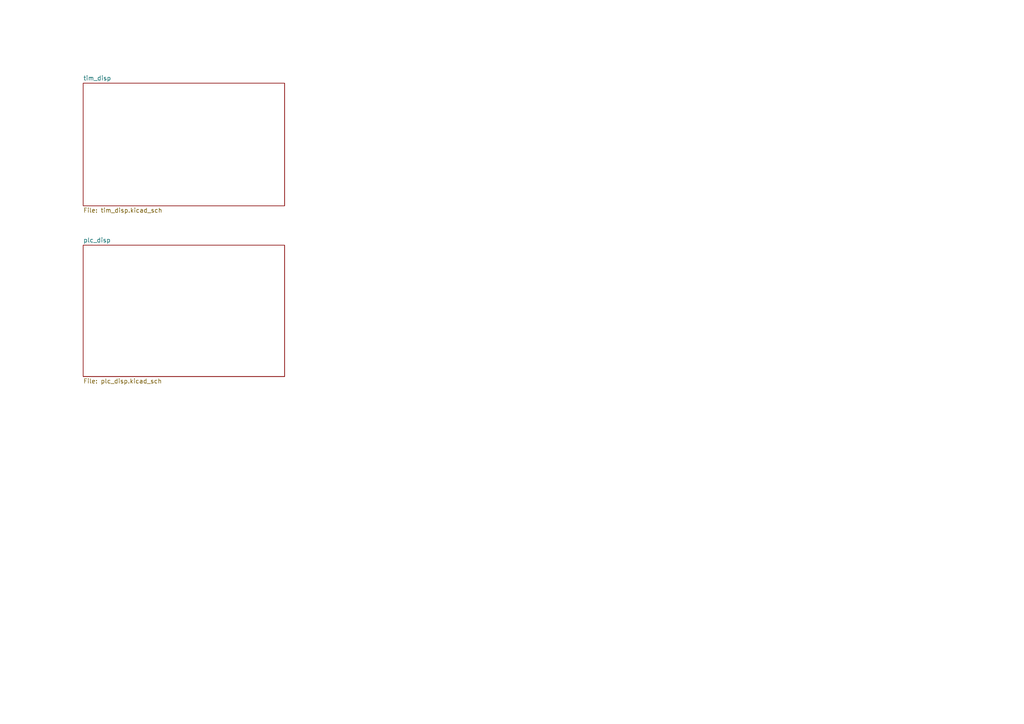
<source format=kicad_sch>
(kicad_sch
	(version 20231120)
	(generator "eeschema")
	(generator_version "8.0")
	(uuid "78ee3e98-fb3d-4210-9692-4d335f53f951")
	(paper "A4")
	(lib_symbols)
	(sheet
		(at 24.13 71.12)
		(size 58.42 38.1)
		(fields_autoplaced yes)
		(stroke
			(width 0.1524)
			(type solid)
		)
		(fill
			(color 0 0 0 0.0000)
		)
		(uuid "50e4659a-a69d-4e7c-9e84-cd1a86a745dc")
		(property "Sheetname" "plc_disp"
			(at 24.13 70.4084 0)
			(effects
				(font
					(size 1.27 1.27)
				)
				(justify left bottom)
			)
		)
		(property "Sheetfile" "plc_disp.kicad_sch"
			(at 24.13 109.8046 0)
			(effects
				(font
					(size 1.27 1.27)
				)
				(justify left top)
			)
		)
		(instances
			(project "display_15_in"
				(path "/78ee3e98-fb3d-4210-9692-4d335f53f951"
					(page "3")
				)
			)
		)
	)
	(sheet
		(at 24.13 24.13)
		(size 58.42 35.56)
		(fields_autoplaced yes)
		(stroke
			(width 0.1524)
			(type solid)
		)
		(fill
			(color 0 0 0 0.0000)
		)
		(uuid "d44dc49b-d144-4093-812d-94ea76f30d61")
		(property "Sheetname" "tim_disp"
			(at 24.13 23.4184 0)
			(effects
				(font
					(size 1.27 1.27)
				)
				(justify left bottom)
			)
		)
		(property "Sheetfile" "tim_disp.kicad_sch"
			(at 24.13 60.2746 0)
			(effects
				(font
					(size 1.27 1.27)
				)
				(justify left top)
			)
		)
		(instances
			(project "display_15_in"
				(path "/78ee3e98-fb3d-4210-9692-4d335f53f951"
					(page "2")
				)
			)
		)
	)
	(sheet_instances
		(path "/"
			(page "1")
		)
	)
)

</source>
